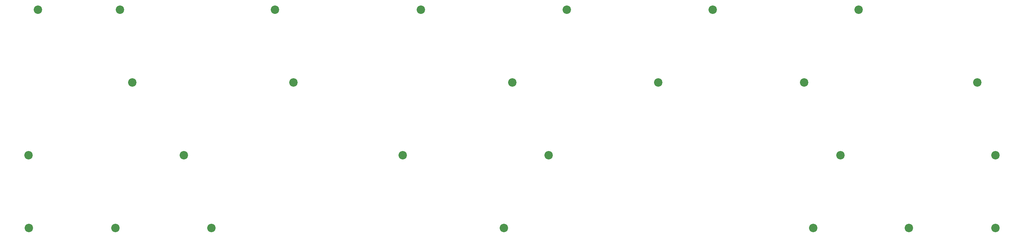
<source format=gts>
G04 #@! TF.GenerationSoftware,KiCad,Pcbnew,7.0.8-7.0.8~ubuntu23.04.1*
G04 #@! TF.CreationDate,2023-10-19T23:28:56+00:00*
G04 #@! TF.ProjectId,plate,706c6174-652e-46b6-9963-61645f706362,rev?*
G04 #@! TF.SameCoordinates,Original*
G04 #@! TF.FileFunction,Soldermask,Top*
G04 #@! TF.FilePolarity,Negative*
%FSLAX46Y46*%
G04 Gerber Fmt 4.6, Leading zero omitted, Abs format (unit mm)*
G04 Created by KiCad (PCBNEW 7.0.8-7.0.8~ubuntu23.04.1) date 2023-10-19 23:28:56*
%MOMM*%
%LPD*%
G01*
G04 APERTURE LIST*
%ADD10C,2.200000*%
G04 APERTURE END LIST*
D10*
X21745000Y-120272500D03*
X269395000Y-82172500D03*
X162238750Y-63122500D03*
X90801250Y-82172500D03*
X157476250Y-101222500D03*
X224151250Y-82172500D03*
X226531704Y-120272500D03*
X200338750Y-63122500D03*
X233676250Y-101222500D03*
X186051250Y-82172500D03*
X145758625Y-120272149D03*
X21670000Y-101222500D03*
X274157500Y-120272500D03*
X48745000Y-82172500D03*
X251535625Y-120272500D03*
X45557500Y-63122500D03*
X86038750Y-63122500D03*
X62226250Y-101222500D03*
X24126250Y-63122500D03*
X69370000Y-120272500D03*
X44366875Y-120272500D03*
X238438750Y-63122500D03*
X147976250Y-82172500D03*
X119376250Y-101222500D03*
X124138750Y-63122500D03*
X274157500Y-101222500D03*
M02*

</source>
